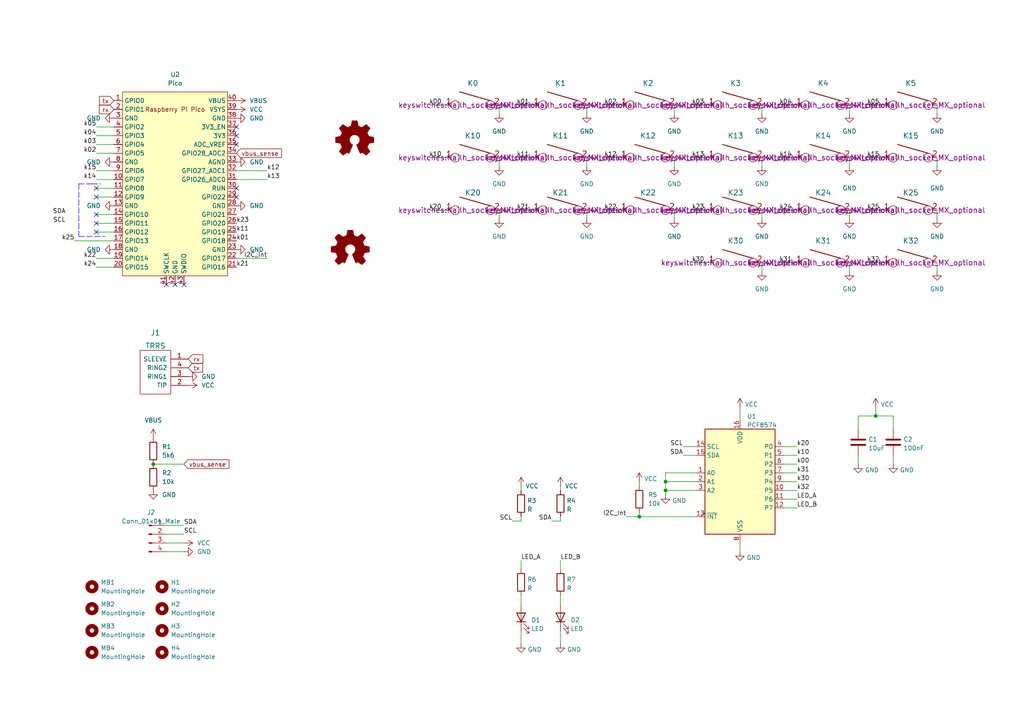
<source format=kicad_sch>
(kicad_sch (version 20211123) (generator eeschema)
  (paper "A4")
  (title_block (rev "rev1.0"))
  (lib_symbols
    (symbol "Connector:Conn_01x04_Male" (pin_names (offset 1.016) hide)
      (property "Reference" "J" (at 0 5.08 0))
      (property "Value" "Conn_01x04_Male" (at 0 -7.62 0))
      (symbol "Conn_01x04_Male_1_1"
        (polyline (pts (xy 1.27 -5.08) (xy 0.8636 -5.08)) (stroke (width 0.1524)))
        (polyline (pts (xy 1.27 -2.54) (xy 0.8636 -2.54)) (stroke (width 0.1524)))
        (polyline (pts (xy 1.27 0) (xy 0.8636 0)) (stroke (width 0.1524)))
        (polyline (pts (xy 1.27 2.54) (xy 0.8636 2.54)) (stroke (width 0.1524)))
        (rectangle (start 0.8636 -4.953) (end 0 -5.207) (stroke (width 0.1524)) (fill (type outline)))
        (rectangle (start 0.8636 -2.413) (end 0 -2.667) (stroke (width 0.1524)) (fill (type outline)))
        (rectangle (start 0.8636 0.127) (end 0 -0.127) (stroke (width 0.1524)) (fill (type outline)))
        (rectangle (start 0.8636 2.667) (end 0 2.413) (stroke (width 0.1524)) (fill (type outline)))
        (pin passive line (at 5.08 2.54 180) (length 3.81) (name "Pin_1") (number "1"))
        (pin passive line (at 5.08 0 180) (length 3.81) (name "Pin_2") (number "2"))
        (pin passive line (at 5.08 -2.54 180) (length 3.81) (name "Pin_3") (number "3"))
        (pin passive line (at 5.08 -5.08 180) (length 3.81) (name "Pin_4") (number "4"))
      )
    )
    (symbol "Device:C" (pin_numbers hide) (pin_names (offset 0.254))
      (property "Reference" "C" (at 0.635 2.54 0))
      (property "Value" "C" (at 0.635 -2.54 0))
      (symbol "C_0_1"
        (polyline (pts (xy -2.032 -0.762) (xy 2.032 -0.762)) (stroke (width 0.508)))
        (polyline (pts (xy -2.032 0.762) (xy 2.032 0.762)) (stroke (width 0.508)))
      )
      (symbol "C_1_1"
        (pin passive line (at 0 3.81 270) (length 2.794) (name "~") (number "1"))
        (pin passive line (at 0 -3.81 90) (length 2.794) (name "~") (number "2"))
      )
    )
    (symbol "Device:LED" (pin_numbers hide) (pin_names (offset 1.016) hide)
      (property "Reference" "D" (at 0 2.54 0))
      (property "Value" "LED" (at 0 -2.54 0))
      (symbol "LED_0_1"
        (polyline (pts (xy -1.27 -1.27) (xy -1.27 1.27)) (stroke (width 0.254)))
        (polyline (pts (xy -1.27 0) (xy 1.27 0)))
        (polyline (pts (xy 1.27 -1.27) (xy 1.27 1.27) (xy -1.27 0) (xy 1.27 -1.27)) (stroke (width 0.254)))
        (polyline (pts (xy -3.048 -0.762) (xy -4.572 -2.286) (xy -3.81 -2.286) (xy -4.572 -2.286) (xy -4.572 -1.524)))
        (polyline (pts (xy -1.778 -0.762) (xy -3.302 -2.286) (xy -2.54 -2.286) (xy -3.302 -2.286) (xy -3.302 -1.524)))
      )
      (symbol "LED_1_1"
        (pin passive line (at -3.81 0 0) (length 2.54) (name "K") (number "1"))
        (pin passive line (at 3.81 0 180) (length 2.54) (name "A") (number "2"))
      )
    )
    (symbol "Device:R" (pin_numbers hide) (pin_names (offset 0))
      (property "Reference" "R" (at 2.032 0 90))
      (property "Value" "R" (at 0 0 90))
      (symbol "R_0_1"
        (rectangle (start -1.016 -2.54) (end 1.016 2.54) (stroke (width 0.254)))
      )
      (symbol "R_1_1"
        (pin passive line (at 0 3.81 270) (length 1.27) (name "~") (number "1"))
        (pin passive line (at 0 -3.81 90) (length 1.27) (name "~") (number "2"))
      )
    )
    (symbol "Graphic:Logo_Open_Hardware_Small" (pin_names (offset 1.016))
      (symbol "Logo_Open_Hardware_Small_0_1"
        (polyline (pts (xy 3.3528 -4.3434) (xy 3.302 -4.318) (xy 3.175 -4.2418) (xy 2.9972 -4.1148) (xy 2.7686 -3.9624) (xy 2.54 -3.81) (xy 2.3622 -3.7084) (xy 2.2352 -3.6068) (xy 2.1844 -3.5814) (xy 2.159 -3.6068) (xy 2.0574 -3.6576) (xy 1.905 -3.7338) (xy 1.8034 -3.7846) (xy 1.6764 -3.8354) (xy 1.6002 -3.8354) (xy 1.6002 -3.8354) (xy 1.5494 -3.7338) (xy 1.4732 -3.5306) (xy 1.3462 -3.302) (xy 1.2446 -3.0226) (xy 1.1176 -2.7178) (xy 0.9652 -2.413) (xy 0.8636 -2.1082) (xy 0.7366 -1.8288) (xy 0.6604 -1.6256) (xy 0.6096 -1.4732) (xy 0.5842 -1.397) (xy 0.5842 -1.397) (xy 0.6604 -1.3208) (xy 0.7874 -1.2446) (xy 1.0414 -1.016) (xy 1.2954 -0.6858) (xy 1.4478 -0.3302) (xy 1.524 0.0762) (xy 1.4732 0.4572) (xy 1.3208 0.8128) (xy 1.0668 1.143) (xy 0.762 1.3716) (xy 0.4064 1.524) (xy 0 1.5748) (xy -0.381 1.5494) (xy -0.7366 1.397) (xy -1.0668 1.143) (xy -1.2192 0.9906) (xy -1.397 0.6604) (xy -1.524 0.3048) (xy -1.524 0.2286) (xy -1.4986 -0.1778) (xy -1.397 -0.5334) (xy -1.1938 -0.8636) (xy -0.9144 -1.143) (xy -0.8636 -1.1684) (xy -0.7366 -1.27) (xy -0.635 -1.3462) (xy -0.5842 -1.397) (xy -1.0668 -2.5908) (xy -1.143 -2.794) (xy -1.2954 -3.1242) (xy -1.397 -3.4036) (xy -1.4986 -3.6322) (xy -1.5748 -3.7846) (xy -1.6002 -3.8354) (xy -1.6002 -3.8354) (xy -1.651 -3.8354) (xy -1.7272 -3.81) (xy -1.905 -3.7338) (xy -2.0066 -3.683) (xy -2.1336 -3.6068) (xy -2.2098 -3.5814) (xy -2.2606 -3.6068) (xy -2.3622 -3.683) (xy -2.54 -3.81) (xy -2.7686 -3.9624) (xy -2.9718 -4.0894) (xy -3.1496 -4.2164) (xy -3.302 -4.318) (xy -3.3528 -4.3434) (xy -3.3782 -4.3434) (xy -3.429 -4.318) (xy -3.5306 -4.2164) (xy -3.7084 -4.064) (xy -3.937 -3.8354) (xy -3.9624 -3.81) (xy -4.1656 -3.6068) (xy -4.318 -3.4544) (xy -4.4196 -3.3274) (xy -4.445 -3.2766) (xy -4.445 -3.2766) (xy -4.4196 -3.2258) (xy -4.318 -3.0734) (xy -4.2164 -2.8956) (xy -4.064 -2.667) (xy -3.6576 -2.0828) (xy -3.8862 -1.5494) (xy -3.937 -1.3716) (xy -4.0386 -1.1684) (xy -4.0894 -1.0414) (xy -4.1148 -0.9652) (xy -4.191 -0.9398) (xy -4.318 -0.9144) (xy -4.5466 -0.8636) (xy -4.8006 -0.8128) (xy -5.0546 -0.7874) (xy -5.2578 -0.7366) (xy -5.4356 -0.7112) (xy -5.5118 -0.6858) (xy -5.5118 -0.6858) (xy -5.5372 -0.635) (xy -5.5372 -0.5588) (xy -5.5372 -0.4318) (xy -5.5626 -0.2286) (xy -5.5626 0.0762) (xy -5.5626 0.127) (xy -5.5372 0.4064) (xy -5.5372 0.635) (xy -5.5372 0.762) (xy -5.5372 0.8382) (xy -5.5372 0.8382) (xy -5.461 0.8382) (xy -5.3086 0.889) (xy -5.08 0.9144) (xy -4.826 0.9652) (xy -4.8006 0.9906) (xy -4.5466 1.0414) (xy -4.318 1.0668) (xy -4.1656 1.1176) (xy -4.0894 1.143) (xy -4.0894 1.143) (xy -4.0386 1.2446) (xy -3.9624 1.4224) (xy -3.8608 1.6256) (xy -3.7846 1.8288) (xy -3.7084 2.0066) (xy -3.6576 2.159) (xy -3.6322 2.2098) (xy -3.6322 2.2098) (xy -3.683 2.286) (xy -3.7592 2.413) (xy -3.8862 2.5908) (xy -4.064 2.8194) (xy -4.064 2.8448) (xy -4.2164 3.0734) (xy -4.3434 3.2512) (xy -4.4196 3.3782) (xy -4.445 3.4544) (xy -4.445 3.4544) (xy -4.3942 3.5052) (xy -4.2926 3.6322) (xy -4.1148 3.81) (xy -3.937 4.0132) (xy -3.8608 4.064) (xy -3.6576 4.2926) (xy -3.5052 4.4196) (xy -3.4036 4.4958) (xy -3.3528 4.5212) (xy -3.3528 4.5212) (xy -3.302 4.4704) (xy -3.1496 4.3688) (xy -2.9718 4.2418) (xy -2.7432 4.0894) (xy -2.7178 4.0894) (xy -2.4892 3.937) (xy -2.3114 3.81) (xy -2.1844 3.7084) (xy -2.1336 3.683) (xy -2.1082 3.683) (xy -2.032 3.7084) (xy -1.8542 3.7592) (xy -1.6764 3.8354) (xy -1.4732 3.937) (xy -1.27 4.0132) (xy -1.143 4.064) (xy -1.0668 4.1148) (xy -1.0668 4.1148) (xy -1.0414 4.191) (xy -1.016 4.3434) (xy -0.9652 4.572) (xy -0.9144 4.8514) (xy -0.889 4.9022) (xy -0.8382 5.1562) (xy -0.8128 5.3848) (xy -0.7874 5.5372) (xy -0.762 5.588) (xy -0.7112 5.6134) (xy -0.5842 5.6134) (xy -0.4064 5.6134) (xy -0.1524 5.6134) (xy 0.0762 5.6134) (xy 0.3302 5.6134) (xy 0.5334 5.6134) (xy 0.6858 5.588) (xy 0.7366 5.588) (xy 0.7366 5.588) (xy 0.762 5.5118) (xy 0.8128 5.334) (xy 0.8382 5.1054) (xy 0.9144 4.826) (xy 0.9144 4.7752) (xy 0.9652 4.5212) (xy 1.016 4.2926) (xy 1.0414 4.1402) (xy 1.0668 4.0894) (xy 1.0668 4.0894) (xy 1.1938 4.0386) (xy 1.3716 3.9624) (xy 1.5748 3.8608) (xy 2.0828 3.6576) (xy 2.7178 4.0894) (xy 2.7686 4.1402) (xy 2.9972 4.2926) (xy 3.175 4.4196) (xy 3.302 4.4958) (xy 3.3782 4.5212) (xy 3.3782 4.5212) (xy 3.429 4.4704) (xy 3.556 4.3434) (xy 3.7338 4.191) (xy 3.9116 3.9878) (xy 4.064 3.8354) (xy 4.2418 3.6576) (xy 4.3434 3.556) (xy 4.4196 3.4798) (xy 4.4196 3.429) (xy 4.4196 3.4036) (xy 4.3942 3.3274) (xy 4.2926 3.2004) (xy 4.1656 2.9972) (xy 4.0132 2.794) (xy 3.8862 2.5908) (xy 3.7592 2.3876) (xy 3.6576 2.2352) (xy 3.6322 2.159) (xy 3.6322 2.1336) (xy 3.683 2.0066) (xy 3.7592 1.8288) (xy 3.8608 1.6002) (xy 4.064 1.1176) (xy 4.3942 1.0414) (xy 4.5974 1.016) (xy 4.8768 0.9652) (xy 5.1308 0.9144) (xy 5.5372 0.8382) (xy 5.5626 -0.6604) (xy 5.4864 -0.6858) (xy 5.4356 -0.6858) (xy 5.2832 -0.7366) (xy 5.0546 -0.762) (xy 4.8006 -0.8128) (xy 4.5974 -0.8636) (xy 4.3688 -0.9144) (xy 4.2164 -0.9398) (xy 4.1402 -0.9398) (xy 4.1148 -0.9652) (xy 4.064 -1.0668) (xy 3.9878 -1.2446) (xy 3.9116 -1.4478) (xy 3.81 -1.651) (xy 3.7338 -1.8542) (xy 3.683 -2.0066) (xy 3.6576 -2.0828) (xy 3.683 -2.1336) (xy 3.7846 -2.2606) (xy 3.8862 -2.4638) (xy 4.0386 -2.667) (xy 4.191 -2.8956) (xy 4.318 -3.0734) (xy 4.3942 -3.2004) (xy 4.445 -3.2766) (xy 4.4196 -3.3274) (xy 4.3434 -3.429) (xy 4.1656 -3.5814) (xy 3.937 -3.8354) (xy 3.8862 -3.8608) (xy 3.683 -4.064) (xy 3.5306 -4.2164) (xy 3.4036 -4.318) (xy 3.3528 -4.3434)) (fill (type outline)))
      )
    )
    (symbol "Interface_Expansion:PCF8574"
      (property "Reference" "U" (at -8.89 16.51 0))
      (property "Value" "PCF8574" (at 2.54 16.51 0))
      (symbol "PCF8574_0_1"
        (rectangle (start -10.16 15.24) (end 10.16 -15.24) (stroke (width 0.254)) (fill (type background)))
      )
      (symbol "PCF8574_1_1"
        (pin input line (at -12.7 2.54 0) (length 2.54) (name "A0") (number "1"))
        (pin bidirectional line (at 12.7 -2.54 180) (length 2.54) (name "P5") (number "10"))
        (pin bidirectional line (at 12.7 -5.08 180) (length 2.54) (name "P6") (number "11"))
        (pin bidirectional line (at 12.7 -7.62 180) (length 2.54) (name "P7") (number "12"))
        (pin open_collector output_low (at -12.7 -10.16 0) (length 2.54) (name "~{INT}") (number "13"))
        (pin input line (at -12.7 10.16 0) (length 2.54) (name "SCL") (number "14"))
        (pin bidirectional line (at -12.7 7.62 0) (length 2.54) (name "SDA") (number "15"))
        (pin power_in line (at 0 17.78 270) (length 2.54) (name "VDD") (number "16"))
        (pin input line (at -12.7 0 0) (length 2.54) (name "A1") (number "2"))
        (pin input line (at -12.7 -2.54 0) (length 2.54) (name "A2") (number "3"))
        (pin bidirectional line (at 12.7 10.16 180) (length 2.54) (name "P0") (number "4"))
        (pin bidirectional line (at 12.7 7.62 180) (length 2.54) (name "P1") (number "5"))
        (pin bidirectional line (at 12.7 5.08 180) (length 2.54) (name "P2") (number "6"))
        (pin bidirectional line (at 12.7 2.54 180) (length 2.54) (name "P3") (number "7"))
        (pin power_in line (at 0 -17.78 90) (length 2.54) (name "VSS") (number "8"))
        (pin bidirectional line (at 12.7 0 180) (length 2.54) (name "P4") (number "9"))
      )
    )
    (symbol "KiCad-RP-Pico:Pico"
      (property "Reference" "U" (at -13.97 27.94 0))
      (property "Value" "Pico" (at 0 19.05 0))
      (symbol "Pico_0_0"
        (text "Raspberry Pi Pico" (at 0 21.59 0) (effects (font (size 1.27 1.27))))
      )
      (symbol "Pico_0_1"
        (rectangle (start -15.24 26.67) (end 15.24 -26.67) (fill (type background)))
      )
      (symbol "Pico_1_1"
        (pin bidirectional line (at -17.78 24.13 0) (length 2.54) (name "GPIO0") (number "1"))
        (pin bidirectional line (at -17.78 1.27 0) (length 2.54) (name "GPIO7") (number "10"))
        (pin bidirectional line (at -17.78 -1.27 0) (length 2.54) (name "GPIO8") (number "11"))
        (pin bidirectional line (at -17.78 -3.81 0) (length 2.54) (name "GPIO9") (number "12"))
        (pin power_in line (at -17.78 -6.35 0) (length 2.54) (name "GND") (number "13"))
        (pin bidirectional line (at -17.78 -8.89 0) (length 2.54) (name "GPIO10") (number "14"))
        (pin bidirectional line (at -17.78 -11.43 0) (length 2.54) (name "GPIO11") (number "15"))
        (pin bidirectional line (at -17.78 -13.97 0) (length 2.54) (name "GPIO12") (number "16"))
        (pin bidirectional line (at -17.78 -16.51 0) (length 2.54) (name "GPIO13") (number "17"))
        (pin power_in line (at -17.78 -19.05 0) (length 2.54) (name "GND") (number "18"))
        (pin bidirectional line (at -17.78 -21.59 0) (length 2.54) (name "GPIO14") (number "19"))
        (pin bidirectional line (at -17.78 21.59 0) (length 2.54) (name "GPIO1") (number "2"))
        (pin bidirectional line (at -17.78 -24.13 0) (length 2.54) (name "GPIO15") (number "20"))
        (pin bidirectional line (at 17.78 -24.13 180) (length 2.54) (name "GPIO16") (number "21"))
        (pin bidirectional line (at 17.78 -21.59 180) (length 2.54) (name "GPIO17") (number "22"))
        (pin power_in line (at 17.78 -19.05 180) (length 2.54) (name "GND") (number "23"))
        (pin bidirectional line (at 17.78 -16.51 180) (length 2.54) (name "GPIO18") (number "24"))
        (pin bidirectional line (at 17.78 -13.97 180) (length 2.54) (name "GPIO19") (number "25"))
        (pin bidirectional line (at 17.78 -11.43 180) (length 2.54) (name "GPIO20") (number "26"))
        (pin bidirectional line (at 17.78 -8.89 180) (length 2.54) (name "GPIO21") (number "27"))
        (pin power_in line (at 17.78 -6.35 180) (length 2.54) (name "GND") (number "28"))
        (pin bidirectional line (at 17.78 -3.81 180) (length 2.54) (name "GPIO22") (number "29"))
        (pin power_in line (at -17.78 19.05 0) (length 2.54) (name "GND") (number "3"))
        (pin input line (at 17.78 -1.27 180) (length 2.54) (name "RUN") (number "30"))
        (pin bidirectional line (at 17.78 1.27 180) (length 2.54) (name "GPIO26_ADC0") (number "31"))
        (pin bidirectional line (at 17.78 3.81 180) (length 2.54) (name "GPIO27_ADC1") (number "32"))
        (pin power_in line (at 17.78 6.35 180) (length 2.54) (name "AGND") (number "33"))
        (pin bidirectional line (at 17.78 8.89 180) (length 2.54) (name "GPIO28_ADC2") (number "34"))
        (pin power_in line (at 17.78 11.43 180) (length 2.54) (name "ADC_VREF") (number "35"))
        (pin power_in line (at 17.78 13.97 180) (length 2.54) (name "3V3") (number "36"))
        (pin input line (at 17.78 16.51 180) (length 2.54) (name "3V3_EN") (number "37"))
        (pin bidirectional line (at 17.78 19.05 180) (length 2.54) (name "GND") (number "38"))
        (pin power_in line (at 17.78 21.59 180) (length 2.54) (name "VSYS") (number "39"))
        (pin bidirectional line (at -17.78 16.51 0) (length 2.54) (name "GPIO2") (number "4"))
        (pin power_in line (at 17.78 24.13 180) (length 2.54) (name "VBUS") (number "40"))
        (pin input line (at -2.54 -29.21 90) (length 2.54) (name "SWCLK") (number "41"))
        (pin power_in line (at 0 -29.21 90) (length 2.54) (name "GND") (number "42"))
        (pin bidirectional line (at 2.54 -29.21 90) (length 2.54) (name "SWDIO") (number "43"))
        (pin bidirectional line (at -17.78 13.97 0) (length 2.54) (name "GPIO3") (number "5"))
        (pin bidirectional line (at -17.78 11.43 0) (length 2.54) (name "GPIO4") (number "6"))
        (pin bidirectional line (at -17.78 8.89 0) (length 2.54) (name "GPIO5") (number "7"))
        (pin power_in line (at -17.78 6.35 0) (length 2.54) (name "GND") (number "8"))
        (pin bidirectional line (at -17.78 3.81 0) (length 2.54) (name "GPIO6") (number "9"))
      )
    )
    (symbol "Mechanical:MountingHole" (pin_names (offset 1.016))
      (property "Reference" "H" (at 0 5.08 0))
      (property "Value" "MountingHole" (at 0 3.175 0))
      (symbol "MountingHole_0_1"
        (circle (center 0 0) (radius 1.27) (stroke (width 1.27)))
      )
    )
    (symbol "keebio:TRRS" (pin_names (offset 1.016))
      (property "Reference" "U" (at 0 15.24 0))
      (property "Value" "TRRS" (at 0 -2.54 0))
      (symbol "TRRS_0_1"
        (rectangle (start -3.81 0) (end -3.81 12.7))
        (rectangle (start -3.81 12.7) (end 5.08 12.7))
        (rectangle (start 5.08 0) (end -3.81 0))
        (rectangle (start 5.08 12.7) (end 5.08 0))
      )
      (symbol "TRRS_1_1"
        (pin input line (at -8.89 2.54 0) (length 5.08) (name "SLEEVE") (number "1"))
        (pin input line (at -8.89 10.16 0) (length 5.08) (name "TIP") (number "2"))
        (pin input line (at -8.89 7.62 0) (length 5.08) (name "RING1") (number "3"))
        (pin input line (at -8.89 5.08 0) (length 5.08) (name "RING2") (number "4"))
      )
    )
    (symbol "keyboard_parts:KEYSW" (pin_names (offset 1.016))
      (property "Reference" "K?" (at -1.27 0 0))
      (symbol "KEYSW_0_1"
        (circle (center -5.08 0) (radius 1.27))
        (polyline (pts (xy -5.08 1.27) (xy 3.81 3.81)) (stroke (width 0.254)))
        (circle (center 5.08 0) (radius 1.27))
      )
      (symbol "KEYSW_1_1"
        (pin passive line (at 7.62 0 180) (length 1.27) (name "~") (number "1"))
        (pin passive line (at -7.62 0 0) (length 1.27) (name "~") (number "2"))
      )
    )
    (symbol "power:GND" (power) (pin_names (offset 0))
      (property "Value" "GND" (at 0 -3.81 0))
      (symbol "GND_0_1"
        (polyline (pts (xy 0 0) (xy 0 -1.27) (xy 1.27 -1.27) (xy 0 -2.54) (xy -1.27 -1.27) (xy 0 -1.27)))
      )
      (symbol "GND_1_1"
        (pin power_in line (at 0 0 270) (length 0) hide (name "GND") (number "1"))
      )
    )
    (symbol "power:VBUS" (power) (pin_names (offset 0))
      (property "Value" "VBUS" (at 0 3.81 0))
      (symbol "VBUS_0_1"
        (polyline (pts (xy -0.762 1.27) (xy 0 2.54)))
        (polyline (pts (xy 0 0) (xy 0 2.54)))
        (polyline (pts (xy 0 2.54) (xy 0.762 1.27)))
      )
      (symbol "VBUS_1_1"
        (pin power_in line (at 0 0 90) (length 0) hide (name "VBUS") (number "1"))
      )
    )
    (symbol "power:VCC" (power) (pin_names (offset 0))
      (property "Value" "VCC" (at 0 3.81 0))
      (symbol "VCC_0_1"
        (polyline (pts (xy -0.762 1.27) (xy 0 2.54)))
        (polyline (pts (xy 0 0) (xy 0 2.54)))
        (polyline (pts (xy 0 2.54) (xy 0.762 1.27)))
      )
      (symbol "VCC_1_1"
        (pin power_in line (at 0 0 90) (length 0) hide (name "VCC") (number "1"))
      )
    )
  )
  (junction (at 44.45 134.62))
  (junction (at 185.42 149.86))
  (junction (at 193.04 139.7))
  (junction (at 254 120.65))
  (junction (at 193.04 142.24))
  (no_connect (at 68.58 57.15))
  (no_connect (at 27.94 64.77))
  (no_connect (at 27.94 54.61))
  (no_connect (at 27.94 62.23))
  (no_connect (at 27.94 57.15))
  (no_connect (at 53.34 82.55))
  (no_connect (at 50.8 82.55))
  (no_connect (at 48.26 82.55))
  (no_connect (at 27.94 67.31))
  (no_connect (at 68.58 39.37))
  (no_connect (at 68.58 41.91))
  (no_connect (at 68.58 36.83))
  (no_connect (at 68.58 54.61))
  (wire (pts (xy 149.86 60.96) (xy 154.94 60.96)))
  (wire (pts (xy 259.08 132.08) (xy 259.08 134.62)))
  (wire (pts (xy 200.66 45.72) (xy 205.74 45.72)))
  (wire (pts (xy 68.58 49.53) (xy 77.47 49.53)))
  (wire (pts (xy 151.13 182.88) (xy 151.13 186.69)))
  (wire (pts (xy 48.26 157.48) (xy 53.34 157.48)))
  (wire (pts (xy 251.46 30.48) (xy 256.54 30.48)))
  (wire (pts (xy 185.42 148.59) (xy 185.42 149.86)))
  (wire (pts (xy 162.56 162.56) (xy 162.56 165.1)))
  (wire (pts (xy 160.02 151.13) (xy 162.56 151.13)))
  (wire (pts (xy 124.46 45.72) (xy 129.54 45.72)))
  (wire (pts (xy 200.66 60.96) (xy 205.74 60.96)))
  (wire (pts (xy 259.08 120.65) (xy 259.08 124.46)))
  (polyline (pts (xy 26.67 53.34) (xy 29.21 53.34)))
  (wire (pts (xy 193.04 139.7) (xy 201.93 139.7)))
  (wire (pts (xy 149.86 45.72) (xy 154.94 45.72)))
  (wire (pts (xy 27.94 64.77) (xy 33.02 64.77)))
  (wire (pts (xy 27.94 49.53) (xy 33.02 49.53)))
  (wire (pts (xy 185.42 149.86) (xy 181.61 149.86)))
  (wire (pts (xy 68.58 74.93) (xy 77.47 74.93)))
  (wire (pts (xy 48.26 154.94) (xy 53.34 154.94)))
  (wire (pts (xy 201.93 129.54) (xy 198.12 129.54)))
  (wire (pts (xy 227.33 134.62) (xy 231.14 134.62)))
  (wire (pts (xy 248.92 120.65) (xy 254 120.65)))
  (wire (pts (xy 27.94 74.93) (xy 33.02 74.93)))
  (wire (pts (xy 175.26 60.96) (xy 180.34 60.96)))
  (wire (pts (xy 251.46 60.96) (xy 256.54 60.96)))
  (wire (pts (xy 195.58 63.5) (xy 195.58 60.96)))
  (wire (pts (xy 144.78 63.5) (xy 144.78 60.96)))
  (wire (pts (xy 246.38 48.26) (xy 246.38 45.72)))
  (wire (pts (xy 220.98 48.26) (xy 220.98 45.72)))
  (wire (pts (xy 144.78 48.26) (xy 144.78 45.72)))
  (wire (pts (xy 27.94 41.91) (xy 33.02 41.91)))
  (wire (pts (xy 27.94 77.47) (xy 33.02 77.47)))
  (wire (pts (xy 151.13 172.72) (xy 151.13 175.26)))
  (wire (pts (xy 175.26 45.72) (xy 180.34 45.72)))
  (wire (pts (xy 246.38 78.74) (xy 246.38 76.2)))
  (wire (pts (xy 193.04 142.24) (xy 193.04 143.51)))
  (wire (pts (xy 271.78 48.26) (xy 271.78 45.72)))
  (wire (pts (xy 200.66 76.2) (xy 205.74 76.2)))
  (wire (pts (xy 226.06 45.72) (xy 231.14 45.72)))
  (wire (pts (xy 227.33 132.08) (xy 231.14 132.08)))
  (wire (pts (xy 200.66 30.48) (xy 205.74 30.48)))
  (wire (pts (xy 220.98 78.74) (xy 220.98 76.2)))
  (wire (pts (xy 27.94 57.15) (xy 33.02 57.15)))
  (wire (pts (xy 271.78 63.5) (xy 271.78 60.96)))
  (wire (pts (xy 124.46 60.96) (xy 129.54 60.96)))
  (wire (pts (xy 162.56 172.72) (xy 162.56 175.26)))
  (polyline (pts (xy 26.67 53.34) (xy 22.86 53.34)))
  (wire (pts (xy 248.92 124.46) (xy 248.92 120.65)))
  (wire (pts (xy 21.59 69.85) (xy 33.02 69.85)))
  (wire (pts (xy 144.78 33.02) (xy 144.78 30.48)))
  (wire (pts (xy 193.04 137.16) (xy 201.93 137.16)))
  (wire (pts (xy 195.58 48.26) (xy 195.58 45.72)))
  (wire (pts (xy 170.18 63.5) (xy 170.18 60.96)))
  (wire (pts (xy 162.56 182.88) (xy 162.56 186.69)))
  (wire (pts (xy 246.38 63.5) (xy 246.38 60.96)))
  (wire (pts (xy 48.26 160.02) (xy 53.34 160.02)))
  (wire (pts (xy 226.06 30.48) (xy 231.14 30.48)))
  (wire (pts (xy 124.46 30.48) (xy 129.54 30.48)))
  (wire (pts (xy 27.94 39.37) (xy 33.02 39.37)))
  (wire (pts (xy 68.58 52.07) (xy 77.47 52.07)))
  (wire (pts (xy 193.04 142.24) (xy 201.93 142.24)))
  (wire (pts (xy 170.18 48.26) (xy 170.18 45.72)))
  (wire (pts (xy 227.33 144.78) (xy 231.14 144.78)))
  (wire (pts (xy 175.26 30.48) (xy 180.34 30.48)))
  (wire (pts (xy 193.04 139.7) (xy 193.04 142.24)))
  (wire (pts (xy 248.92 132.08) (xy 248.92 134.62)))
  (wire (pts (xy 27.94 67.31) (xy 33.02 67.31)))
  (wire (pts (xy 151.13 162.56) (xy 151.13 165.1)))
  (wire (pts (xy 148.59 151.13) (xy 151.13 151.13)))
  (wire (pts (xy 193.04 137.16) (xy 193.04 139.7)))
  (wire (pts (xy 201.93 149.86) (xy 185.42 149.86)))
  (polyline (pts (xy 22.86 68.58) (xy 30.48 68.58)))
  (wire (pts (xy 227.33 139.7) (xy 231.14 139.7)))
  (wire (pts (xy 214.63 118.11) (xy 214.63 121.92)))
  (wire (pts (xy 162.56 151.13) (xy 162.56 149.86)))
  (wire (pts (xy 185.42 139.7) (xy 185.42 140.97)))
  (wire (pts (xy 254 120.65) (xy 259.08 120.65)))
  (wire (pts (xy 27.94 36.83) (xy 33.02 36.83)))
  (wire (pts (xy 27.94 44.45) (xy 33.02 44.45)))
  (wire (pts (xy 44.45 134.62) (xy 53.34 134.62)))
  (wire (pts (xy 227.33 142.24) (xy 231.14 142.24)))
  (wire (pts (xy 195.58 33.02) (xy 195.58 30.48)))
  (wire (pts (xy 251.46 45.72) (xy 256.54 45.72)))
  (wire (pts (xy 231.14 129.54) (xy 227.33 129.54)))
  (wire (pts (xy 226.06 60.96) (xy 231.14 60.96)))
  (wire (pts (xy 170.18 33.02) (xy 170.18 30.48)))
  (wire (pts (xy 226.06 76.2) (xy 231.14 76.2)))
  (wire (pts (xy 271.78 33.02) (xy 271.78 30.48)))
  (wire (pts (xy 162.56 140.97) (xy 162.56 142.24)))
  (wire (pts (xy 151.13 140.97) (xy 151.13 142.24)))
  (wire (pts (xy 246.38 33.02) (xy 246.38 30.48)))
  (wire (pts (xy 251.46 76.2) (xy 256.54 76.2)))
  (wire (pts (xy 27.94 54.61) (xy 33.02 54.61)))
  (wire (pts (xy 214.63 157.48) (xy 214.63 160.02)))
  (wire (pts (xy 48.26 152.4) (xy 53.34 152.4)))
  (wire (pts (xy 220.98 33.02) (xy 220.98 30.48)))
  (wire (pts (xy 151.13 151.13) (xy 151.13 149.86)))
  (wire (pts (xy 27.94 52.07) (xy 33.02 52.07)))
  (wire (pts (xy 149.86 30.48) (xy 154.94 30.48)))
  (wire (pts (xy 27.94 62.23) (xy 33.02 62.23)))
  (wire (pts (xy 227.33 147.32) (xy 231.14 147.32)))
  (wire (pts (xy 201.93 132.08) (xy 198.12 132.08)))
  (wire (pts (xy 227.33 137.16) (xy 231.14 137.16)))
  (polyline (pts (xy 22.86 53.34) (xy 22.86 68.58)))
  (wire (pts (xy 271.78 78.74) (xy 271.78 76.2)))
  (wire (pts (xy 254 118.11) (xy 254 120.65)))
  (wire (pts (xy 220.98 63.5) (xy 220.98 60.96)))
  (label "k11" (at 68.58 67.31 0))
  (label "SCL" (at 148.59 151.13 180))
  (label "SCL" (at 53.34 154.94 0))
  (label "k21" (at 68.58 77.47 0))
  (label "k13" (at 77.47 52.07 0))
  (label "k30" (at 200.66 76.2 0))
  (label "k02" (at 175.26 30.48 0))
  (label "SDA" (at 53.34 152.4 0))
  (label "k04" (at 226.06 30.48 0))
  (label "SDA" (at 19.05 62.23 180))
  (label "SCL" (at 198.12 129.54 180))
  (label "I2C_Int" (at 181.61 149.86 180))
  (label "k20" (at 231.14 129.54 0))
  (label "k00" (at 231.14 134.62 0))
  (label "k01" (at 68.58 69.85 0))
  (label "k00" (at 124.46 30.48 0))
  (label "k03" (at 200.66 30.48 0))
  (label "k15" (at 251.46 45.72 0))
  (label "k23" (at 200.66 60.96 0))
  (label "LED_A" (at 231.14 144.78 0))
  (label "I2C_Int" (at 77.47 74.93 180))
  (label "LED_B" (at 231.14 147.32 0))
  (label "k10" (at 231.14 132.08 0))
  (label "k24" (at 226.06 60.96 0))
  (label "k05" (at 251.46 30.48 0))
  (label "k32" (at 231.14 142.24 0))
  (label "LED_B" (at 162.56 162.56 0))
  (label "k22" (at 175.26 60.96 0))
  (label "k03" (at 27.94 41.91 180))
  (label "k02" (at 27.94 44.45 180))
  (label "k01" (at 149.86 30.48 0))
  (label "k22" (at 27.94 74.93 180))
  (label "k10" (at 124.46 45.72 0))
  (label "k12" (at 77.47 49.53 0))
  (label "k30" (at 231.14 139.7 0))
  (label "k31" (at 231.14 137.16 0))
  (label "SDA" (at 160.02 151.13 180))
  (label "k24" (at 27.94 77.47 180))
  (label "k32" (at 251.46 76.2 0))
  (label "k14" (at 226.06 45.72 0))
  (label "k12" (at 175.26 45.72 0))
  (label "k23" (at 68.58 64.77 0))
  (label "k11" (at 149.86 45.72 0))
  (label "k15" (at 27.94 49.53 180))
  (label "k25" (at 21.59 69.85 180))
  (label "SDA" (at 198.12 132.08 180))
  (label "k04" (at 27.94 39.37 180))
  (label "k31" (at 226.06 76.2 0))
  (label "k13" (at 200.66 45.72 0))
  (label "k21" (at 149.86 60.96 0))
  (label "k25" (at 251.46 60.96 0))
  (label "LED_A" (at 151.13 162.56 0))
  (label "SCL" (at 19.05 64.77 180))
  (label "k05" (at 27.94 36.83 180))
  (label "k14" (at 27.94 52.07 180))
  (label "k20" (at 124.46 60.96 0))
  (global_label "rx" (shape input) (at 54.61 104.14 0) (property "Intersheet References" "${INTERSHEET_REFS}" (effects hide)))
  (global_label "vbus_sense" (shape input) (at 53.34 134.62 0) (property "Intersheet References" "${INTERSHEET_REFS}" (effects hide)))
  (global_label "tx" (shape input) (at 54.61 106.68 0) (property "Intersheet References" "${INTERSHEET_REFS}" (effects hide)))
  (global_label "tx" (shape input) (at 33.02 29.21 180) (property "Intersheet References" "${INTERSHEET_REFS}" (effects hide)))
  (global_label "vbus_sense" (shape input) (at 68.58 44.45 0) (property "Intersheet References" "${INTERSHEET_REFS}" (effects hide)))
  (global_label "rx" (shape input) (at 33.02 31.75 180) (property "Intersheet References" "${INTERSHEET_REFS}" (effects hide)))
  (symbol (lib_id "keyboard_parts:KEYSW") (at 264.16 76.2 0) (mirror y) (unit 1)
    (property "Reference" "K32" (at 264.16 69.85 0) (effects (font (size 1.524 1.524))))
    (property "Value" "KEYSW" (effects hide))
    (property "Footprint" "keyswitches:Kailh_socket_MX_optional_platemount" (effects hide))
    (property "Datasheet" "keyswitches:Kailh_socket_MX_optional" (at 264.16 76.2 0) (effects (font (size 1.524 1.524))))
  )
  (symbol (lib_id "power:GND") (at 151.13 186.69 0) (unit 1)
    (property "Reference" "#PWR0145" (effects hide))
    (property "Value" "GND" (at 153.035 188.3938 0) (effects (justify left)))
  )
  (symbol (lib_id "Mechanical:MountingHole") (at 26.67 182.88 0) (unit 1)
    (property "Reference" "MB3" (at 29.21 181.6099 0) (effects (justify left)))
    (property "Value" "MountingHole" (at 29.21 184.1499 0) (effects (justify left)))
    (property "Footprint" "beekeeb_lib:mousebites" (effects hide))
  )
  (symbol (lib_id "Device:LED") (at 151.13 179.07 90) (unit 1)
    (property "Reference" "D1" (at 154.051 179.8228 90) (effects (justify right)))
    (property "Value" "LED" (at 154.051 182.3597 90) (effects (justify right)))
    (property "Footprint" "LED_SMD:LED_0603_1608Metric" (effects hide))
  )
  (symbol (lib_id "power:VCC") (at 151.13 140.97 0) (unit 1)
    (property "Reference" "#PWR0141" (effects hide))
    (property "Value" "VCC" (at 152.4 140.97 0) (effects (justify left)))
  )
  (symbol (lib_id "power:GND") (at 195.58 48.26 0) (unit 1)
    (property "Reference" "#PWR0104" (effects hide))
    (property "Value" "GND" (at 195.58 53.34 0))
  )
  (symbol (lib_id "power:VBUS") (at 68.58 29.21 270) (unit 1)
    (property "Reference" "#PWR0124" (effects hide))
    (property "Value" "VBUS" (at 72.39 29.2099 90) (effects (justify left)))
  )
  (symbol (lib_id "power:GND") (at 53.34 160.02 90) (unit 1)
    (property "Reference" "#PWR02" (effects hide))
    (property "Value" "GND" (at 57.15 160.0199 90) (effects (justify right)))
  )
  (symbol (lib_id "Device:R") (at 185.42 144.78 0) (unit 1)
    (property "Reference" "R5" (at 187.96 143.5099 0) (effects (justify left)))
    (property "Value" "10k" (at 187.96 146.0499 0) (effects (justify left)))
    (property "Footprint" "Resistor_SMD:R_0603_1608Metric_Pad0.98x0.95mm_HandSolder" (effects hide))
  )
  (symbol (lib_id "Device:C") (at 248.92 128.27 0) (unit 1)
    (property "Reference" "C1" (at 251.841 127.4353 0) (effects (justify left)))
    (property "Value" "10uF" (at 251.841 129.9722 0) (effects (justify left)))
    (property "Footprint" "Capacitor_SMD:C_0603_1608Metric_Pad1.08x0.95mm_HandSolder" (effects hide))
  )
  (symbol (lib_id "power:GND") (at 33.02 59.69 270) (unit 1)
    (property "Reference" "#PWR0128" (effects hide))
    (property "Value" "GND" (at 29.21 59.6899 90) (effects (justify right)))
  )
  (symbol (lib_id "keyboard_parts:KEYSW") (at 238.76 60.96 0) (mirror y) (unit 1)
    (property "Reference" "K24" (at 238.76 55.88 0) (effects (font (size 1.524 1.524))))
    (property "Value" "KEYSW" (effects hide))
    (property "Footprint" "keyswitches:Kailh_socket_MX_optional_platemount" (effects hide))
    (property "Datasheet" "keyswitches:Kailh_socket_MX_optional" (at 238.76 60.96 0) (effects (font (size 1.524 1.524))))
  )
  (symbol (lib_id "power:GND") (at 68.58 46.99 90) (unit 1)
    (property "Reference" "#PWR0111" (effects hide))
    (property "Value" "GND" (at 72.39 46.9899 90) (effects (justify right)))
  )
  (symbol (lib_id "Device:R") (at 162.56 146.05 0) (unit 1)
    (property "Reference" "R4" (at 164.338 145.2153 0) (effects (justify left)))
    (property "Value" "R" (at 164.338 147.7522 0) (effects (justify left)))
    (property "Footprint" "Resistor_SMD:R_0603_1608Metric_Pad0.98x0.95mm_HandSolder" (effects hide))
  )
  (symbol (lib_id "power:GND") (at 54.61 109.22 90) (unit 1)
    (property "Reference" "#PWR0126" (effects hide))
    (property "Value" "GND" (at 58.42 109.2199 90) (effects (justify right)))
  )
  (symbol (lib_id "keyboard_parts:KEYSW") (at 137.16 30.48 0) (mirror y) (unit 1)
    (property "Reference" "K0" (at 137.16 24.13 0) (effects (font (size 1.524 1.524))))
    (property "Value" "KEYSW" (effects hide))
    (property "Footprint" "keyswitches:Kailh_socket_MX_optional_platemount" (effects hide))
    (property "Datasheet" "keyswitches:Kailh_socket_MX_optional" (at 137.16 30.48 0) (effects (font (size 1.524 1.524))))
  )
  (symbol (lib_id "Mechanical:MountingHole") (at 46.99 189.23 0) (unit 1)
    (property "Reference" "H4" (at 49.53 187.9599 0) (effects (justify left)))
    (property "Value" "MountingHole" (at 49.53 190.4999 0) (effects (justify left)))
    (property "Footprint" "beekeeb_lib:MountingHole_2.2mm_M2-8mm" (effects hide))
  )
  (symbol (lib_id "power:VBUS") (at 44.45 127 0) (unit 1)
    (property "Reference" "#PWR0125" (effects hide))
    (property "Value" "VBUS" (at 44.45 121.92 0))
  )
  (symbol (lib_id "keyboard_parts:KEYSW") (at 264.16 45.72 0) (mirror y) (unit 1)
    (property "Reference" "K15" (at 264.16 39.37 0) (effects (font (size 1.524 1.524))))
    (property "Value" "KEYSW" (effects hide))
    (property "Footprint" "keyswitches:Kailh_socket_MX_optional_platemount" (effects hide))
    (property "Datasheet" "keyswitches:Kailh_socket_MX_optional" (at 264.16 45.72 0) (effects (font (size 1.524 1.524))))
  )
  (symbol (lib_id "power:GND") (at 144.78 48.26 0) (unit 1)
    (property "Reference" "#PWR0107" (effects hide))
    (property "Value" "GND" (at 144.78 53.34 0))
  )
  (symbol (lib_id "power:VCC") (at 162.56 140.97 0) (unit 1)
    (property "Reference" "#PWR0140" (effects hide))
    (property "Value" "VCC" (at 163.83 140.97 0) (effects (justify left)))
  )
  (symbol (lib_id "power:GND") (at 195.58 63.5 0) (unit 1)
    (property "Reference" "#PWR0105" (effects hide))
    (property "Value" "GND" (at 195.58 68.58 0))
  )
  (symbol (lib_id "Mechanical:MountingHole") (at 26.67 176.53 0) (unit 1)
    (property "Reference" "MB2" (at 29.21 175.2599 0) (effects (justify left)))
    (property "Value" "MountingHole" (at 29.21 177.7999 0) (effects (justify left)))
    (property "Footprint" "beekeeb_lib:mousebites" (effects hide))
  )
  (symbol (lib_id "Mechanical:MountingHole") (at 46.99 176.53 0) (unit 1)
    (property "Reference" "H2" (at 49.53 175.2599 0) (effects (justify left)))
    (property "Value" "MountingHole" (at 49.53 177.7999 0) (effects (justify left)))
    (property "Footprint" "beekeeb_lib:MountingHole_2.2mm_M2-8mm" (effects hide))
  )
  (symbol (lib_id "power:GND") (at 214.63 160.02 0) (unit 1)
    (property "Reference" "#PWR0137" (effects hide))
    (property "Value" "GND" (at 216.535 161.7238 0) (effects (justify left)))
  )
  (symbol (lib_id "keyboard_parts:KEYSW") (at 213.36 30.48 0) (mirror y) (unit 1)
    (property "Reference" "K3" (at 213.36 24.13 0) (effects (font (size 1.524 1.524))))
    (property "Value" "KEYSW" (effects hide))
    (property "Footprint" "keyswitches:Kailh_socket_MX_optional_platemount" (effects hide))
    (property "Datasheet" "keyswitches:Kailh_socket_MX_optional" (at 213.36 30.48 0) (effects (font (size 1.524 1.524))))
  )
  (symbol (lib_id "power:GND") (at 259.08 134.62 0) (unit 1)
    (property "Reference" "#PWR0144" (effects hide))
    (property "Value" "GND" (at 260.985 136.3238 0) (effects (justify left)))
  )
  (symbol (lib_id "power:GND") (at 246.38 63.5 0) (unit 1)
    (property "Reference" "#PWR0121" (effects hide))
    (property "Value" "GND" (at 246.38 68.58 0))
  )
  (symbol (lib_id "keyboard_parts:KEYSW") (at 187.96 30.48 0) (mirror y) (unit 1)
    (property "Reference" "K2" (at 187.96 24.13 0) (effects (font (size 1.524 1.524))))
    (property "Value" "KEYSW" (effects hide))
    (property "Footprint" "keyswitches:Kailh_socket_MX_optional_platemount" (effects hide))
    (property "Datasheet" "keyswitches:Kailh_socket_MX_optional" (at 187.96 30.48 0) (effects (font (size 1.524 1.524))))
  )
  (symbol (lib_id "keyboard_parts:KEYSW") (at 162.56 45.72 0) (mirror y) (unit 1)
    (property "Reference" "K11" (at 162.56 39.37 0) (effects (font (size 1.524 1.524))))
    (property "Value" "KEYSW" (effects hide))
    (property "Footprint" "keyswitches:Kailh_socket_MX_optional_platemount" (effects hide))
    (property "Datasheet" "keyswitches:Kailh_socket_MX_optional" (at 162.56 45.72 0) (effects (font (size 1.524 1.524))))
  )
  (symbol (lib_id "keyboard_parts:KEYSW") (at 187.96 60.96 0) (mirror y) (unit 1)
    (property "Reference" "K22" (at 187.96 55.88 0) (effects (font (size 1.524 1.524))))
    (property "Value" "KEYSW" (effects hide))
    (property "Footprint" "keyswitches:Kailh_socket_MX_optional_platemount" (effects hide))
    (property "Datasheet" "keyswitches:Kailh_socket_MX_optional" (at 187.96 60.96 0) (effects (font (size 1.524 1.524))))
  )
  (symbol (lib_id "Graphic:Logo_Open_Hardware_Small") (at 102.87 40.64 0) (unit 1)
    (property "Reference" "#LOGO?" (effects hide))
    (property "Value" "Logo_Open_Hardware_Small" (effects hide))
    (property "Footprint" "Symbol:KiCad-Logo2_5mm_SilkScreen" (effects hide))
  )
  (symbol (lib_id "power:GND") (at 271.78 33.02 0) (unit 1)
    (property "Reference" "#PWR0115" (effects hide))
    (property "Value" "GND" (at 271.78 38.1 0))
  )
  (symbol (lib_id "power:GND") (at 271.78 63.5 0) (unit 1)
    (property "Reference" "#PWR0118" (effects hide))
    (property "Value" "GND" (at 271.78 68.58 0))
  )
  (symbol (lib_id "power:GND") (at 271.78 78.74 0) (unit 1)
    (property "Reference" "#PWR0117" (effects hide))
    (property "Value" "GND" (at 271.78 83.82 0))
  )
  (symbol (lib_id "Mechanical:MountingHole") (at 26.67 170.18 0) (unit 1)
    (property "Reference" "MB1" (at 29.21 168.9099 0) (effects (justify left)))
    (property "Value" "MountingHole" (at 29.21 171.4499 0) (effects (justify left)))
    (property "Footprint" "beekeeb_lib:mousebites" (effects hide))
  )
  (symbol (lib_id "power:VCC") (at 185.42 139.7 0) (unit 1)
    (property "Reference" "#PWR0138" (effects hide))
    (property "Value" "VCC" (at 186.817 138.8638 0) (effects (justify left)))
  )
  (symbol (lib_id "power:GND") (at 246.38 48.26 0) (unit 1)
    (property "Reference" "#PWR0119" (effects hide))
    (property "Value" "GND" (at 246.38 54.61 0))
  )
  (symbol (lib_id "power:GND") (at 170.18 63.5 0) (unit 1)
    (property "Reference" "#PWR0101" (effects hide))
    (property "Value" "GND" (at 170.18 68.58 0))
  )
  (symbol (lib_id "keyboard_parts:KEYSW") (at 238.76 30.48 0) (mirror y) (unit 1)
    (property "Reference" "K4" (at 238.76 24.13 0) (effects (font (size 1.524 1.524))))
    (property "Value" "KEYSW" (effects hide))
    (property "Footprint" "keyswitches:Kailh_socket_MX_optional_platemount" (effects hide))
    (property "Datasheet" "keyswitches:Kailh_socket_MX_optional" (at 238.76 30.48 0) (effects (font (size 1.524 1.524))))
  )
  (symbol (lib_id "power:GND") (at 246.38 78.74 0) (unit 1)
    (property "Reference" "#PWR0120" (effects hide))
    (property "Value" "GND" (at 246.38 83.82 0))
  )
  (symbol (lib_id "power:GND") (at 68.58 72.39 90) (unit 1)
    (property "Reference" "#PWR0135" (effects hide))
    (property "Value" "GND" (at 72.39 72.3899 90) (effects (justify right)))
  )
  (symbol (lib_id "Device:R") (at 44.45 138.43 0) (unit 1)
    (property "Reference" "R2" (at 46.99 137.1599 0) (effects (justify left)))
    (property "Value" "10k" (at 46.99 139.6999 0) (effects (justify left)))
    (property "Footprint" "Resistor_SMD:R_0603_1608Metric_Pad0.98x0.95mm_HandSolder" (effects hide))
  )
  (symbol (lib_id "power:GND") (at 162.56 186.69 0) (unit 1)
    (property "Reference" "#PWR0146" (effects hide))
    (property "Value" "GND" (at 164.465 188.3938 0) (effects (justify left)))
  )
  (symbol (lib_id "keyboard_parts:KEYSW") (at 213.36 76.2 0) (mirror y) (unit 1)
    (property "Reference" "K30" (at 213.36 69.85 0) (effects (font (size 1.524 1.524))))
    (property "Value" "KEYSW" (effects hide))
    (property "Footprint" "keyswitches:Kailh_socket_MX_optional_platemount" (effects hide))
    (property "Datasheet" "keyswitches:Kailh_socket_MX_optional" (at 213.36 76.2 0) (effects (font (size 1.524 1.524))))
  )
  (symbol (lib_id "power:GND") (at 246.38 33.02 0) (unit 1)
    (property "Reference" "#PWR0112" (effects hide))
    (property "Value" "GND" (at 246.38 38.1 0))
  )
  (symbol (lib_id "power:VCC") (at 214.63 118.11 0) (unit 1)
    (property "Reference" "#PWR0136" (effects hide))
    (property "Value" "VCC" (at 216.027 117.2738 0) (effects (justify left)))
  )
  (symbol (lib_id "Device:LED") (at 162.56 179.07 90) (unit 1)
    (property "Reference" "D2" (at 165.481 179.8228 90) (effects (justify right)))
    (property "Value" "LED" (at 165.481 182.3597 90) (effects (justify right)))
    (property "Footprint" "LED_SMD:LED_0603_1608Metric" (effects hide))
  )
  (symbol (lib_id "Graphic:Logo_Open_Hardware_Small") (at 101.6 72.39 0) (unit 1)
    (property "Reference" "#LOGO?" (effects hide))
    (property "Value" "Logo_Open_Hardware_Small" (effects hide))
    (property "Footprint" "Symbol:OSHW-Logo_7.5x8mm_SilkScreen" (effects hide))
  )
  (symbol (lib_id "power:GND") (at 33.02 72.39 270) (unit 1)
    (property "Reference" "#PWR0129" (effects hide))
    (property "Value" "GND" (at 29.21 72.3899 90) (effects (justify right)))
  )
  (symbol (lib_id "keebio:TRRS") (at 45.72 101.6 180) (unit 1)
    (property "Reference" "J1" (at 45.085 96.52 0) (effects (font (size 1.524 1.524))))
    (property "Value" "TRRS" (at 45.085 100.33 0) (effects (font (size 1.524 1.524))))
    (property "Footprint" "trrs_audiojack:TRRS-PJ-320A_fab" (effects hide))
  )
  (symbol (lib_id "power:GND") (at 68.58 34.29 90) (unit 1)
    (property "Reference" "#PWR0132" (effects hide))
    (property "Value" "GND" (at 72.39 34.2899 90) (effects (justify right)))
  )
  (symbol (lib_id "KiCad-RP-Pico:Pico") (at 50.8 53.34 0) (unit 1)
    (property "Reference" "U2" (at 50.8 21.59 0))
    (property "Value" "Pico" (at 50.8 24.13 0))
    (property "Footprint" "RPi_Pico:RPi_Pico_SMD_TH" (effects hide))
  )
  (symbol (lib_id "keyboard_parts:KEYSW") (at 137.16 60.96 0) (mirror y) (unit 1)
    (property "Reference" "K20" (at 137.16 55.88 0) (effects (font (size 1.524 1.524))))
    (property "Value" "KEYSW" (effects hide))
    (property "Footprint" "keyswitches:Kailh_socket_MX_optional_platemount" (effects hide))
    (property "Datasheet" "keyswitches:Kailh_socket_MX_optional" (at 137.16 60.96 0) (effects (font (size 1.524 1.524))))
  )
  (symbol (lib_id "power:GND") (at 44.45 142.24 0) (unit 1)
    (property "Reference" "#PWR0127" (effects hide))
    (property "Value" "GND" (at 46.99 143.5099 0) (effects (justify left)))
  )
  (symbol (lib_id "power:VCC") (at 68.58 31.75 270) (unit 1)
    (property "Reference" "#PWR0133" (effects hide))
    (property "Value" "VCC" (at 72.39 31.7499 90) (effects (justify left)))
  )
  (symbol (lib_id "power:VCC") (at 254 118.11 0) (unit 1)
    (property "Reference" "#PWR0142" (effects hide))
    (property "Value" "VCC" (at 255.397 117.2738 0) (effects (justify left)))
  )
  (symbol (lib_id "power:GND") (at 271.78 48.26 0) (unit 1)
    (property "Reference" "#PWR0116" (effects hide))
    (property "Value" "GND" (at 271.78 54.61 0))
  )
  (symbol (lib_id "keyboard_parts:KEYSW") (at 213.36 60.96 0) (mirror y) (unit 1)
    (property "Reference" "K23" (at 213.36 55.88 0) (effects (font (size 1.524 1.524))))
    (property "Value" "KEYSW" (effects hide))
    (property "Footprint" "keyswitches:Kailh_socket_MX_optional_platemount" (effects hide))
    (property "Datasheet" "keyswitches:Kailh_socket_MX_optional" (at 213.36 60.96 0) (effects (font (size 1.524 1.524))))
  )
  (symbol (lib_id "power:GND") (at 68.58 59.69 90) (unit 1)
    (property "Reference" "#PWR0134" (effects hide))
    (property "Value" "GND" (at 72.39 59.6899 90) (effects (justify right)))
  )
  (symbol (lib_id "keyboard_parts:KEYSW") (at 137.16 45.72 0) (mirror y) (unit 1)
    (property "Reference" "K10" (at 137.16 39.37 0) (effects (font (size 1.524 1.524))))
    (property "Value" "KEYSW" (effects hide))
    (property "Footprint" "keyswitches:Kailh_socket_MX_optional_platemount" (effects hide))
    (property "Datasheet" "keyswitches:Kailh_socket_MX_optional" (at 137.16 45.72 0) (effects (font (size 1.524 1.524))))
  )
  (symbol (lib_id "keyboard_parts:KEYSW") (at 162.56 30.48 0) (mirror y) (unit 1)
    (property "Reference" "K1" (at 162.56 24.13 0) (effects (font (size 1.524 1.524))))
    (property "Value" "KEYSW" (effects hide))
    (property "Footprint" "keyswitches:Kailh_socket_MX_optional_platemount" (effects hide))
    (property "Datasheet" "keyswitches:Kailh_socket_MX_optional" (at 162.56 30.48 0) (effects (font (size 1.524 1.524))))
  )
  (symbol (lib_id "Device:C") (at 259.08 128.27 0) (unit 1)
    (property "Reference" "C2" (at 262.001 127.4353 0) (effects (justify left)))
    (property "Value" "100nF" (at 262.001 129.9722 0) (effects (justify left)))
    (property "Footprint" "Capacitor_SMD:C_0603_1608Metric_Pad1.08x0.95mm_HandSolder" (effects hide))
  )
  (symbol (lib_id "keyboard_parts:KEYSW") (at 264.16 60.96 0) (mirror y) (unit 1)
    (property "Reference" "K25" (at 264.16 55.88 0) (effects (font (size 1.524 1.524))))
    (property "Value" "KEYSW" (effects hide))
    (property "Footprint" "keyswitches:Kailh_socket_MX_optional_platemount" (effects hide))
    (property "Datasheet" "keyswitches:Kailh_socket_MX_optional" (at 264.16 60.96 0) (effects (font (size 1.524 1.524))))
  )
  (symbol (lib_id "power:GND") (at 33.02 46.99 270) (unit 1)
    (property "Reference" "#PWR0131" (effects hide))
    (property "Value" "GND" (at 29.21 46.9899 90) (effects (justify right)))
  )
  (symbol (lib_id "keyboard_parts:KEYSW") (at 238.76 76.2 0) (mirror y) (unit 1)
    (property "Reference" "K31" (at 238.76 69.85 0) (effects (font (size 1.524 1.524))))
    (property "Value" "KEYSW" (effects hide))
    (property "Footprint" "keyswitches:Kailh_socket_MX_optional_platemount" (effects hide))
    (property "Datasheet" "keyswitches:Kailh_socket_MX_optional" (at 238.76 76.2 0) (effects (font (size 1.524 1.524))))
  )
  (symbol (lib_id "Mechanical:MountingHole") (at 46.99 182.88 0) (unit 1)
    (property "Reference" "H3" (at 49.53 181.6099 0) (effects (justify left)))
    (property "Value" "MountingHole" (at 49.53 184.1499 0) (effects (justify left)))
    (property "Footprint" "beekeeb_lib:MountingHole_2.2mm_M2-8mm" (effects hide))
  )
  (symbol (lib_id "power:GND") (at 220.98 33.02 0) (unit 1)
    (property "Reference" "#PWR0123" (effects hide))
    (property "Value" "GND" (at 220.98 38.1 0))
  )
  (symbol (lib_id "keyboard_parts:KEYSW") (at 238.76 45.72 0) (mirror y) (unit 1)
    (property "Reference" "K14" (at 238.76 39.37 0) (effects (font (size 1.524 1.524))))
    (property "Value" "KEYSW" (effects hide))
    (property "Footprint" "keyswitches:Kailh_socket_MX_optional_platemount" (effects hide))
    (property "Datasheet" "keyswitches:Kailh_socket_MX_optional" (at 238.76 45.72 0) (effects (font (size 1.524 1.524))))
  )
  (symbol (lib_id "Mechanical:MountingHole") (at 26.67 189.23 0) (unit 1)
    (property "Reference" "MB4" (at 29.21 187.9599 0) (effects (justify left)))
    (property "Value" "MountingHole" (at 29.21 190.4999 0) (effects (justify left)))
    (property "Footprint" "beekeeb_lib:mousebites" (effects hide))
  )
  (symbol (lib_id "power:GND") (at 144.78 33.02 0) (unit 1)
    (property "Reference" "#PWR0109" (effects hide))
    (property "Value" "GND" (at 144.78 38.1 0))
  )
  (symbol (lib_id "power:GND") (at 33.02 34.29 270) (unit 1)
    (property "Reference" "#PWR0130" (effects hide))
    (property "Value" "GND" (at 29.21 34.2899 90) (effects (justify right)))
  )
  (symbol (lib_id "Connector:Conn_01x04_Male") (at 43.18 154.94 0) (unit 1)
    (property "Reference" "J2" (at 43.815 148.624 0))
    (property "Value" "Conn_01x04_Male" (at 43.815 151.1609 0))
    (property "Footprint" "Connector_PinHeader_2.54mm:PinHeader_1x04_P2.54mm_Vertical" (effects hide))
  )
  (symbol (lib_id "keyboard_parts:KEYSW") (at 213.36 45.72 0) (mirror y) (unit 1)
    (property "Reference" "K13" (at 213.36 39.37 0) (effects (font (size 1.524 1.524))))
    (property "Value" "KEYSW" (effects hide))
    (property "Footprint" "keyswitches:Kailh_socket_MX_optional_platemount" (effects hide))
    (property "Datasheet" "keyswitches:Kailh_socket_MX_optional" (at 213.36 45.72 0) (effects (font (size 1.524 1.524))))
  )
  (symbol (lib_id "Interface_Expansion:PCF8574") (at 214.63 139.7 0) (unit 1)
    (property "Reference" "U1" (at 216.6494 120.7602 0) (effects (justify left)))
    (property "Value" "PCF8574" (at 216.6494 123.2971 0) (effects (justify left)))
    (property "Footprint" "Package_SO:SSOP-20_4.4x6.5mm_P0.65mm" (effects hide))
    (property "Datasheet" "https://www.nxp.com/docs/en/data-sheet/PCF8574_PCF8574A.pdf" (effects hide))
  )
  (symbol (lib_id "power:GND") (at 195.58 33.02 0) (unit 1)
    (property "Reference" "#PWR0103" (effects hide))
    (property "Value" "GND" (at 195.58 38.1 0))
  )
  (symbol (lib_id "power:GND") (at 193.04 143.51 0) (unit 1)
    (property "Reference" "#PWR0139" (effects hide))
    (property "Value" "GND" (at 194.945 145.2138 0) (effects (justify left)))
  )
  (symbol (lib_id "Device:R") (at 151.13 168.91 0) (unit 1)
    (property "Reference" "R6" (at 152.908 168.0753 0) (effects (justify left)))
    (property "Value" "R" (at 152.908 170.6122 0) (effects (justify left)))
    (property "Footprint" "Resistor_SMD:R_0603_1608Metric_Pad0.98x0.95mm_HandSolder" (effects hide))
  )
  (symbol (lib_id "power:GND") (at 220.98 48.26 0) (unit 1)
    (property "Reference" "#PWR0122" (effects hide))
    (property "Value" "GND" (at 220.98 53.34 0))
  )
  (symbol (lib_id "keyboard_parts:KEYSW") (at 162.56 60.96 0) (mirror y) (unit 1)
    (property "Reference" "K21" (at 162.56 55.88 0) (effects (font (size 1.524 1.524))))
    (property "Value" "KEYSW" (effects hide))
    (property "Footprint" "keyswitches:Kailh_socket_MX_optional_platemount" (effects hide))
    (property "Datasheet" "keyswitches:Kailh_socket_MX_optional" (at 162.56 60.96 0) (effects (font (size 1.524 1.524))))
  )
  (symbol (lib_id "keyboard_parts:KEYSW") (at 187.96 45.72 0) (mirror y) (unit 1)
    (property "Reference" "K12" (at 187.96 39.37 0) (effects (font (size 1.524 1.524))))
    (property "Value" "KEYSW" (effects hide))
    (property "Footprint" "keyswitches:Kailh_socket_MX_optional_platemount" (effects hide))
    (property "Datasheet" "keyswitches:Kailh_socket_MX_optional" (at 187.96 45.72 0) (effects (font (size 1.524 1.524))))
  )
  (symbol (lib_id "power:GND") (at 220.98 78.74 0) (unit 1)
    (property "Reference" "#PWR0113" (effects hide))
    (property "Value" "GND" (at 220.98 83.82 0))
  )
  (symbol (lib_id "Device:R") (at 162.56 168.91 0) (unit 1)
    (property "Reference" "R7" (at 164.338 168.0753 0) (effects (justify left)))
    (property "Value" "R" (at 164.338 170.6122 0) (effects (justify left)))
    (property "Footprint" "Resistor_SMD:R_0603_1608Metric_Pad0.98x0.95mm_HandSolder" (effects hide))
  )
  (symbol (lib_id "power:GND") (at 248.92 134.62 0) (unit 1)
    (property "Reference" "#PWR0143" (effects hide))
    (property "Value" "GND" (at 250.825 136.3238 0) (effects (justify left)))
  )
  (symbol (lib_id "power:GND") (at 170.18 33.02 0) (unit 1)
    (property "Reference" "#PWR0106" (effects hide))
    (property "Value" "GND" (at 170.18 38.1 0))
  )
  (symbol (lib_id "Device:R") (at 151.13 146.05 0) (unit 1)
    (property "Reference" "R3" (at 152.908 145.2153 0) (effects (justify left)))
    (property "Value" "R" (at 152.908 147.7522 0) (effects (justify left)))
    (property "Footprint" "Resistor_SMD:R_0603_1608Metric_Pad0.98x0.95mm_HandSolder" (effects hide))
  )
  (symbol (lib_id "power:GND") (at 170.18 48.26 0) (unit 1)
    (property "Reference" "#PWR0102" (effects hide))
    (property "Value" "GND" (at 170.18 53.34 0))
  )
  (symbol (lib_id "Mechanical:MountingHole") (at 46.99 170.18 0) (unit 1)
    (property "Reference" "H1" (at 49.53 168.9099 0) (effects (justify left)))
    (property "Value" "MountingHole" (at 49.53 171.4499 0) (effects (justify left)))
    (property "Footprint" "beekeeb_lib:MountingHole_2.2mm_M2-8mm" (effects hide))
  )
  (symbol (lib_id "power:GND") (at 220.98 63.5 0) (unit 1)
    (property "Reference" "#PWR0114" (effects hide))
    (property "Value" "GND" (at 220.98 68.58 0))
  )
  (symbol (lib_id "power:VCC") (at 53.34 157.48 270) (unit 1)
    (property "Reference" "#PWR01" (effects hide))
    (property "Value" "VCC" (at 57.15 157.4799 90) (effects (justify left)))
  )
  (symbol (lib_id "Device:R") (at 44.45 130.81 0) (unit 1)
    (property "Reference" "R1" (at 46.99 129.5399 0) (effects (justify left)))
    (property "Value" "5k6" (at 46.99 132.0799 0) (effects (justify left)))
    (property "Footprint" "Resistor_SMD:R_0603_1608Metric_Pad0.98x0.95mm_HandSolder" (effects hide))
  )
  (symbol (lib_id "power:GND") (at 144.78 63.5 0) (unit 1)
    (property "Reference" "#PWR0108" (effects hide))
    (property "Value" "GND" (at 144.78 68.58 0))
  )
  (symbol (lib_id "power:VCC") (at 54.61 111.76 270) (unit 1)
    (property "Reference" "#PWR0110" (effects hide))
    (property "Value" "VCC" (at 58.42 111.7599 90) (effects (justify left)))
  )
  (symbol (lib_id "keyboard_parts:KEYSW") (at 264.16 30.48 0) (mirror y) (unit 1)
    (property "Reference" "K5" (at 264.16 24.13 0) (effects (font (size 1.524 1.524))))
    (property "Value" "KEYSW" (effects hide))
    (property "Footprint" "keyswitches:Kailh_socket_MX_optional_platemount" (effects hide))
    (property "Datasheet" "keyswitches:Kailh_socket_MX_optional" (at 264.16 30.48 0) (effects (font (size 1.524 1.524))))
  )
)
</source>
